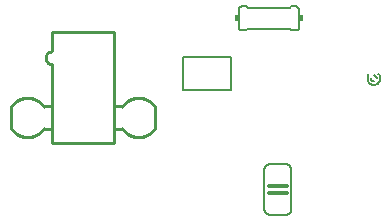
<source format=gto>
G75*
%MOIN*%
%OFA0B0*%
%FSLAX25Y25*%
%IPPOS*%
%LPD*%
%AMOC8*
5,1,8,0,0,1.08239X$1,22.5*
%
%ADD10C,0.00600*%
%ADD11C,0.01200*%
%ADD12R,0.01500X0.02000*%
%ADD13C,0.00500*%
%ADD14C,0.01000*%
D10*
X0092500Y0040500D02*
X0092500Y0053500D01*
X0092502Y0053587D01*
X0092508Y0053674D01*
X0092517Y0053761D01*
X0092530Y0053847D01*
X0092547Y0053933D01*
X0092568Y0054018D01*
X0092593Y0054101D01*
X0092621Y0054184D01*
X0092652Y0054265D01*
X0092687Y0054345D01*
X0092726Y0054423D01*
X0092768Y0054500D01*
X0092813Y0054575D01*
X0092862Y0054647D01*
X0092913Y0054718D01*
X0092968Y0054786D01*
X0093025Y0054851D01*
X0093086Y0054914D01*
X0093149Y0054975D01*
X0093214Y0055032D01*
X0093282Y0055087D01*
X0093353Y0055138D01*
X0093425Y0055187D01*
X0093500Y0055232D01*
X0093577Y0055274D01*
X0093655Y0055313D01*
X0093735Y0055348D01*
X0093816Y0055379D01*
X0093899Y0055407D01*
X0093982Y0055432D01*
X0094067Y0055453D01*
X0094153Y0055470D01*
X0094239Y0055483D01*
X0094326Y0055492D01*
X0094413Y0055498D01*
X0094500Y0055500D01*
X0099500Y0055500D01*
X0099587Y0055498D01*
X0099674Y0055492D01*
X0099761Y0055483D01*
X0099847Y0055470D01*
X0099933Y0055453D01*
X0100018Y0055432D01*
X0100101Y0055407D01*
X0100184Y0055379D01*
X0100265Y0055348D01*
X0100345Y0055313D01*
X0100423Y0055274D01*
X0100500Y0055232D01*
X0100575Y0055187D01*
X0100647Y0055138D01*
X0100718Y0055087D01*
X0100786Y0055032D01*
X0100851Y0054975D01*
X0100914Y0054914D01*
X0100975Y0054851D01*
X0101032Y0054786D01*
X0101087Y0054718D01*
X0101138Y0054647D01*
X0101187Y0054575D01*
X0101232Y0054500D01*
X0101274Y0054423D01*
X0101313Y0054345D01*
X0101348Y0054265D01*
X0101379Y0054184D01*
X0101407Y0054101D01*
X0101432Y0054018D01*
X0101453Y0053933D01*
X0101470Y0053847D01*
X0101483Y0053761D01*
X0101492Y0053674D01*
X0101498Y0053587D01*
X0101500Y0053500D01*
X0101500Y0040500D01*
X0101498Y0040413D01*
X0101492Y0040326D01*
X0101483Y0040239D01*
X0101470Y0040153D01*
X0101453Y0040067D01*
X0101432Y0039982D01*
X0101407Y0039899D01*
X0101379Y0039816D01*
X0101348Y0039735D01*
X0101313Y0039655D01*
X0101274Y0039577D01*
X0101232Y0039500D01*
X0101187Y0039425D01*
X0101138Y0039353D01*
X0101087Y0039282D01*
X0101032Y0039214D01*
X0100975Y0039149D01*
X0100914Y0039086D01*
X0100851Y0039025D01*
X0100786Y0038968D01*
X0100718Y0038913D01*
X0100647Y0038862D01*
X0100575Y0038813D01*
X0100500Y0038768D01*
X0100423Y0038726D01*
X0100345Y0038687D01*
X0100265Y0038652D01*
X0100184Y0038621D01*
X0100101Y0038593D01*
X0100018Y0038568D01*
X0099933Y0038547D01*
X0099847Y0038530D01*
X0099761Y0038517D01*
X0099674Y0038508D01*
X0099587Y0038502D01*
X0099500Y0038500D01*
X0094500Y0038500D01*
X0094413Y0038502D01*
X0094326Y0038508D01*
X0094239Y0038517D01*
X0094153Y0038530D01*
X0094067Y0038547D01*
X0093982Y0038568D01*
X0093899Y0038593D01*
X0093816Y0038621D01*
X0093735Y0038652D01*
X0093655Y0038687D01*
X0093577Y0038726D01*
X0093500Y0038768D01*
X0093425Y0038813D01*
X0093353Y0038862D01*
X0093282Y0038913D01*
X0093214Y0038968D01*
X0093149Y0039025D01*
X0093086Y0039086D01*
X0093025Y0039149D01*
X0092968Y0039214D01*
X0092913Y0039282D01*
X0092862Y0039353D01*
X0092813Y0039425D01*
X0092768Y0039500D01*
X0092726Y0039577D01*
X0092687Y0039655D01*
X0092652Y0039735D01*
X0092621Y0039816D01*
X0092593Y0039899D01*
X0092568Y0039982D01*
X0092547Y0040067D01*
X0092530Y0040153D01*
X0092517Y0040239D01*
X0092508Y0040326D01*
X0092502Y0040413D01*
X0092500Y0040500D01*
X0127500Y0082500D02*
X0127000Y0083000D01*
X0127000Y0085000D01*
X0127500Y0085500D01*
X0127500Y0082500D02*
X0127565Y0082438D01*
X0127633Y0082378D01*
X0127703Y0082322D01*
X0127775Y0082268D01*
X0127850Y0082218D01*
X0127927Y0082171D01*
X0128005Y0082127D01*
X0128086Y0082086D01*
X0128168Y0082049D01*
X0128251Y0082016D01*
X0128336Y0081986D01*
X0128422Y0081959D01*
X0128509Y0081937D01*
X0128597Y0081918D01*
X0128686Y0081902D01*
X0128775Y0081891D01*
X0128865Y0081883D01*
X0128955Y0081879D01*
X0129045Y0081879D01*
X0129135Y0081883D01*
X0129225Y0081891D01*
X0129314Y0081902D01*
X0129403Y0081918D01*
X0129491Y0081937D01*
X0129578Y0081959D01*
X0129664Y0081986D01*
X0129749Y0082016D01*
X0129832Y0082049D01*
X0129914Y0082086D01*
X0129995Y0082127D01*
X0130073Y0082171D01*
X0130150Y0082218D01*
X0130225Y0082268D01*
X0130297Y0082322D01*
X0130367Y0082378D01*
X0130435Y0082438D01*
X0130500Y0082500D01*
X0131000Y0083000D01*
X0131000Y0085000D01*
X0130500Y0085500D01*
X0130000Y0084000D02*
X0129998Y0084060D01*
X0129993Y0084121D01*
X0129984Y0084180D01*
X0129971Y0084239D01*
X0129955Y0084298D01*
X0129935Y0084355D01*
X0129912Y0084410D01*
X0129885Y0084465D01*
X0129856Y0084517D01*
X0129823Y0084568D01*
X0129787Y0084617D01*
X0129749Y0084663D01*
X0129707Y0084707D01*
X0129663Y0084749D01*
X0129617Y0084787D01*
X0129568Y0084823D01*
X0129517Y0084856D01*
X0129465Y0084885D01*
X0129410Y0084912D01*
X0129355Y0084935D01*
X0129298Y0084955D01*
X0129239Y0084971D01*
X0129180Y0084984D01*
X0129121Y0084993D01*
X0129060Y0084998D01*
X0129000Y0085000D01*
X0128000Y0084000D02*
X0128002Y0083940D01*
X0128007Y0083879D01*
X0128016Y0083820D01*
X0128029Y0083761D01*
X0128045Y0083702D01*
X0128065Y0083645D01*
X0128088Y0083590D01*
X0128115Y0083535D01*
X0128144Y0083483D01*
X0128177Y0083432D01*
X0128213Y0083383D01*
X0128251Y0083337D01*
X0128293Y0083293D01*
X0128337Y0083251D01*
X0128383Y0083213D01*
X0128432Y0083177D01*
X0128483Y0083144D01*
X0128535Y0083115D01*
X0128590Y0083088D01*
X0128645Y0083065D01*
X0128702Y0083045D01*
X0128761Y0083029D01*
X0128820Y0083016D01*
X0128879Y0083007D01*
X0128940Y0083002D01*
X0129000Y0083000D01*
X0104000Y0101000D02*
X0104000Y0107000D01*
X0103998Y0107060D01*
X0103993Y0107121D01*
X0103984Y0107180D01*
X0103971Y0107239D01*
X0103955Y0107298D01*
X0103935Y0107355D01*
X0103912Y0107410D01*
X0103885Y0107465D01*
X0103856Y0107517D01*
X0103823Y0107568D01*
X0103787Y0107617D01*
X0103749Y0107663D01*
X0103707Y0107707D01*
X0103663Y0107749D01*
X0103617Y0107787D01*
X0103568Y0107823D01*
X0103517Y0107856D01*
X0103465Y0107885D01*
X0103410Y0107912D01*
X0103355Y0107935D01*
X0103298Y0107955D01*
X0103239Y0107971D01*
X0103180Y0107984D01*
X0103121Y0107993D01*
X0103060Y0107998D01*
X0103000Y0108000D01*
X0101500Y0108000D01*
X0101000Y0107500D01*
X0087000Y0107500D01*
X0086500Y0108000D01*
X0085000Y0108000D01*
X0084940Y0107998D01*
X0084879Y0107993D01*
X0084820Y0107984D01*
X0084761Y0107971D01*
X0084702Y0107955D01*
X0084645Y0107935D01*
X0084590Y0107912D01*
X0084535Y0107885D01*
X0084483Y0107856D01*
X0084432Y0107823D01*
X0084383Y0107787D01*
X0084337Y0107749D01*
X0084293Y0107707D01*
X0084251Y0107663D01*
X0084213Y0107617D01*
X0084177Y0107568D01*
X0084144Y0107517D01*
X0084115Y0107465D01*
X0084088Y0107410D01*
X0084065Y0107355D01*
X0084045Y0107298D01*
X0084029Y0107239D01*
X0084016Y0107180D01*
X0084007Y0107121D01*
X0084002Y0107060D01*
X0084000Y0107000D01*
X0084000Y0101000D01*
X0084002Y0100940D01*
X0084007Y0100879D01*
X0084016Y0100820D01*
X0084029Y0100761D01*
X0084045Y0100702D01*
X0084065Y0100645D01*
X0084088Y0100590D01*
X0084115Y0100535D01*
X0084144Y0100483D01*
X0084177Y0100432D01*
X0084213Y0100383D01*
X0084251Y0100337D01*
X0084293Y0100293D01*
X0084337Y0100251D01*
X0084383Y0100213D01*
X0084432Y0100177D01*
X0084483Y0100144D01*
X0084535Y0100115D01*
X0084590Y0100088D01*
X0084645Y0100065D01*
X0084702Y0100045D01*
X0084761Y0100029D01*
X0084820Y0100016D01*
X0084879Y0100007D01*
X0084940Y0100002D01*
X0085000Y0100000D01*
X0086500Y0100000D01*
X0087000Y0100500D01*
X0101000Y0100500D01*
X0101500Y0100000D01*
X0103000Y0100000D01*
X0103060Y0100002D01*
X0103121Y0100007D01*
X0103180Y0100016D01*
X0103239Y0100029D01*
X0103298Y0100045D01*
X0103355Y0100065D01*
X0103410Y0100088D01*
X0103465Y0100115D01*
X0103517Y0100144D01*
X0103568Y0100177D01*
X0103617Y0100213D01*
X0103663Y0100251D01*
X0103707Y0100293D01*
X0103749Y0100337D01*
X0103787Y0100383D01*
X0103823Y0100432D01*
X0103856Y0100483D01*
X0103885Y0100535D01*
X0103912Y0100590D01*
X0103935Y0100645D01*
X0103955Y0100702D01*
X0103971Y0100761D01*
X0103984Y0100820D01*
X0103993Y0100879D01*
X0103998Y0100940D01*
X0104000Y0101000D01*
D11*
X0100000Y0048200D02*
X0094000Y0048200D01*
X0094000Y0045700D02*
X0100000Y0045700D01*
D12*
X0104750Y0104000D03*
X0083250Y0104000D03*
D13*
X0081386Y0091252D02*
X0081386Y0080228D01*
X0065244Y0080228D01*
X0065244Y0091055D01*
X0065244Y0091252D02*
X0081386Y0091252D01*
D14*
X0021764Y0088661D02*
X0021764Y0062283D01*
X0042236Y0062283D01*
X0042236Y0099291D01*
X0021764Y0099291D01*
X0021764Y0092992D01*
X0021672Y0092990D01*
X0021580Y0092984D01*
X0021489Y0092974D01*
X0021398Y0092961D01*
X0021308Y0092943D01*
X0021218Y0092922D01*
X0021130Y0092897D01*
X0021043Y0092868D01*
X0020957Y0092836D01*
X0020872Y0092800D01*
X0020789Y0092760D01*
X0020708Y0092717D01*
X0020629Y0092671D01*
X0020552Y0092621D01*
X0020477Y0092568D01*
X0020404Y0092511D01*
X0020334Y0092452D01*
X0020266Y0092390D01*
X0020201Y0092325D01*
X0020139Y0092257D01*
X0020080Y0092187D01*
X0020023Y0092114D01*
X0019970Y0092039D01*
X0019920Y0091962D01*
X0019874Y0091883D01*
X0019831Y0091802D01*
X0019791Y0091719D01*
X0019755Y0091634D01*
X0019723Y0091548D01*
X0019694Y0091461D01*
X0019669Y0091373D01*
X0019648Y0091283D01*
X0019630Y0091193D01*
X0019617Y0091102D01*
X0019607Y0091011D01*
X0019601Y0090919D01*
X0019599Y0090827D01*
X0019601Y0090735D01*
X0019607Y0090643D01*
X0019617Y0090552D01*
X0019630Y0090461D01*
X0019648Y0090371D01*
X0019669Y0090281D01*
X0019694Y0090193D01*
X0019723Y0090106D01*
X0019755Y0090020D01*
X0019791Y0089935D01*
X0019831Y0089852D01*
X0019874Y0089771D01*
X0019920Y0089692D01*
X0019970Y0089615D01*
X0020023Y0089540D01*
X0020080Y0089467D01*
X0020139Y0089397D01*
X0020201Y0089329D01*
X0020266Y0089264D01*
X0020334Y0089202D01*
X0020404Y0089143D01*
X0020477Y0089086D01*
X0020552Y0089033D01*
X0020629Y0088983D01*
X0020708Y0088937D01*
X0020789Y0088894D01*
X0020872Y0088854D01*
X0020957Y0088818D01*
X0021043Y0088786D01*
X0021130Y0088757D01*
X0021218Y0088732D01*
X0021308Y0088711D01*
X0021398Y0088693D01*
X0021489Y0088680D01*
X0021580Y0088670D01*
X0021672Y0088664D01*
X0021764Y0088662D01*
X0021370Y0074882D02*
X0018614Y0074882D01*
X0019007Y0067402D02*
X0018919Y0067269D01*
X0018828Y0067138D01*
X0018734Y0067009D01*
X0018636Y0066882D01*
X0018536Y0066758D01*
X0018432Y0066637D01*
X0018326Y0066518D01*
X0018216Y0066401D01*
X0018104Y0066287D01*
X0017989Y0066176D01*
X0017872Y0066068D01*
X0017752Y0065963D01*
X0017629Y0065861D01*
X0017504Y0065762D01*
X0017376Y0065666D01*
X0017246Y0065573D01*
X0017114Y0065483D01*
X0016980Y0065396D01*
X0016844Y0065313D01*
X0016705Y0065233D01*
X0016565Y0065156D01*
X0016423Y0065083D01*
X0016280Y0065014D01*
X0016134Y0064948D01*
X0015987Y0064885D01*
X0015839Y0064826D01*
X0015689Y0064771D01*
X0015538Y0064719D01*
X0015385Y0064671D01*
X0015232Y0064627D01*
X0015077Y0064587D01*
X0014922Y0064550D01*
X0014766Y0064517D01*
X0014609Y0064488D01*
X0014451Y0064463D01*
X0014293Y0064442D01*
X0014134Y0064424D01*
X0013975Y0064411D01*
X0013815Y0064401D01*
X0013656Y0064395D01*
X0013496Y0064393D01*
X0013336Y0064395D01*
X0013177Y0064401D01*
X0013017Y0064411D01*
X0012858Y0064424D01*
X0012699Y0064442D01*
X0012541Y0064463D01*
X0012383Y0064488D01*
X0012226Y0064517D01*
X0012070Y0064550D01*
X0011915Y0064587D01*
X0011760Y0064627D01*
X0011607Y0064671D01*
X0011454Y0064719D01*
X0011303Y0064771D01*
X0011153Y0064826D01*
X0011005Y0064885D01*
X0010858Y0064948D01*
X0010712Y0065014D01*
X0010569Y0065083D01*
X0010427Y0065156D01*
X0010287Y0065233D01*
X0010148Y0065313D01*
X0010012Y0065396D01*
X0009878Y0065483D01*
X0009746Y0065573D01*
X0009616Y0065666D01*
X0009488Y0065762D01*
X0009363Y0065861D01*
X0009240Y0065963D01*
X0009120Y0066068D01*
X0009003Y0066176D01*
X0008888Y0066287D01*
X0008776Y0066401D01*
X0008666Y0066518D01*
X0008560Y0066637D01*
X0008456Y0066758D01*
X0008356Y0066882D01*
X0008258Y0067009D01*
X0008164Y0067138D01*
X0008073Y0067269D01*
X0007985Y0067402D01*
X0007984Y0067402D02*
X0007984Y0074488D01*
X0007985Y0074488D02*
X0008073Y0074621D01*
X0008164Y0074752D01*
X0008258Y0074881D01*
X0008356Y0075008D01*
X0008456Y0075132D01*
X0008560Y0075253D01*
X0008666Y0075372D01*
X0008776Y0075489D01*
X0008888Y0075603D01*
X0009003Y0075714D01*
X0009120Y0075822D01*
X0009240Y0075927D01*
X0009363Y0076029D01*
X0009488Y0076128D01*
X0009616Y0076224D01*
X0009746Y0076317D01*
X0009878Y0076407D01*
X0010012Y0076494D01*
X0010148Y0076577D01*
X0010287Y0076657D01*
X0010427Y0076734D01*
X0010569Y0076807D01*
X0010712Y0076876D01*
X0010858Y0076942D01*
X0011005Y0077005D01*
X0011153Y0077064D01*
X0011303Y0077119D01*
X0011454Y0077171D01*
X0011607Y0077219D01*
X0011760Y0077263D01*
X0011915Y0077303D01*
X0012070Y0077340D01*
X0012226Y0077373D01*
X0012383Y0077402D01*
X0012541Y0077427D01*
X0012699Y0077448D01*
X0012858Y0077466D01*
X0013017Y0077479D01*
X0013177Y0077489D01*
X0013336Y0077495D01*
X0013496Y0077497D01*
X0013656Y0077495D01*
X0013815Y0077489D01*
X0013975Y0077479D01*
X0014134Y0077466D01*
X0014293Y0077448D01*
X0014451Y0077427D01*
X0014609Y0077402D01*
X0014766Y0077373D01*
X0014922Y0077340D01*
X0015077Y0077303D01*
X0015232Y0077263D01*
X0015385Y0077219D01*
X0015538Y0077171D01*
X0015689Y0077119D01*
X0015839Y0077064D01*
X0015987Y0077005D01*
X0016134Y0076942D01*
X0016280Y0076876D01*
X0016423Y0076807D01*
X0016565Y0076734D01*
X0016705Y0076657D01*
X0016844Y0076577D01*
X0016980Y0076494D01*
X0017114Y0076407D01*
X0017246Y0076317D01*
X0017376Y0076224D01*
X0017504Y0076128D01*
X0017629Y0076029D01*
X0017752Y0075927D01*
X0017872Y0075822D01*
X0017989Y0075714D01*
X0018104Y0075603D01*
X0018216Y0075489D01*
X0018326Y0075372D01*
X0018432Y0075253D01*
X0018536Y0075132D01*
X0018636Y0075008D01*
X0018734Y0074881D01*
X0018828Y0074752D01*
X0018919Y0074621D01*
X0019007Y0074488D01*
X0018614Y0067008D02*
X0021370Y0067008D01*
X0042630Y0067008D02*
X0045386Y0067008D01*
X0044993Y0074488D02*
X0045081Y0074621D01*
X0045172Y0074752D01*
X0045266Y0074881D01*
X0045364Y0075008D01*
X0045464Y0075132D01*
X0045568Y0075253D01*
X0045674Y0075372D01*
X0045784Y0075489D01*
X0045896Y0075603D01*
X0046011Y0075714D01*
X0046128Y0075822D01*
X0046248Y0075927D01*
X0046371Y0076029D01*
X0046496Y0076128D01*
X0046624Y0076224D01*
X0046754Y0076317D01*
X0046886Y0076407D01*
X0047020Y0076494D01*
X0047156Y0076577D01*
X0047295Y0076657D01*
X0047435Y0076734D01*
X0047577Y0076807D01*
X0047720Y0076876D01*
X0047866Y0076942D01*
X0048013Y0077005D01*
X0048161Y0077064D01*
X0048311Y0077119D01*
X0048462Y0077171D01*
X0048615Y0077219D01*
X0048768Y0077263D01*
X0048923Y0077303D01*
X0049078Y0077340D01*
X0049234Y0077373D01*
X0049391Y0077402D01*
X0049549Y0077427D01*
X0049707Y0077448D01*
X0049866Y0077466D01*
X0050025Y0077479D01*
X0050185Y0077489D01*
X0050344Y0077495D01*
X0050504Y0077497D01*
X0050664Y0077495D01*
X0050823Y0077489D01*
X0050983Y0077479D01*
X0051142Y0077466D01*
X0051301Y0077448D01*
X0051459Y0077427D01*
X0051617Y0077402D01*
X0051774Y0077373D01*
X0051930Y0077340D01*
X0052085Y0077303D01*
X0052240Y0077263D01*
X0052393Y0077219D01*
X0052546Y0077171D01*
X0052697Y0077119D01*
X0052847Y0077064D01*
X0052995Y0077005D01*
X0053142Y0076942D01*
X0053288Y0076876D01*
X0053431Y0076807D01*
X0053573Y0076734D01*
X0053713Y0076657D01*
X0053852Y0076577D01*
X0053988Y0076494D01*
X0054122Y0076407D01*
X0054254Y0076317D01*
X0054384Y0076224D01*
X0054512Y0076128D01*
X0054637Y0076029D01*
X0054760Y0075927D01*
X0054880Y0075822D01*
X0054997Y0075714D01*
X0055112Y0075603D01*
X0055224Y0075489D01*
X0055334Y0075372D01*
X0055440Y0075253D01*
X0055544Y0075132D01*
X0055644Y0075008D01*
X0055742Y0074881D01*
X0055836Y0074752D01*
X0055927Y0074621D01*
X0056015Y0074488D01*
X0056016Y0074488D02*
X0056016Y0067402D01*
X0056015Y0067402D02*
X0055927Y0067269D01*
X0055836Y0067138D01*
X0055742Y0067009D01*
X0055644Y0066882D01*
X0055544Y0066758D01*
X0055440Y0066637D01*
X0055334Y0066518D01*
X0055224Y0066401D01*
X0055112Y0066287D01*
X0054997Y0066176D01*
X0054880Y0066068D01*
X0054760Y0065963D01*
X0054637Y0065861D01*
X0054512Y0065762D01*
X0054384Y0065666D01*
X0054254Y0065573D01*
X0054122Y0065483D01*
X0053988Y0065396D01*
X0053852Y0065313D01*
X0053713Y0065233D01*
X0053573Y0065156D01*
X0053431Y0065083D01*
X0053288Y0065014D01*
X0053142Y0064948D01*
X0052995Y0064885D01*
X0052847Y0064826D01*
X0052697Y0064771D01*
X0052546Y0064719D01*
X0052393Y0064671D01*
X0052240Y0064627D01*
X0052085Y0064587D01*
X0051930Y0064550D01*
X0051774Y0064517D01*
X0051617Y0064488D01*
X0051459Y0064463D01*
X0051301Y0064442D01*
X0051142Y0064424D01*
X0050983Y0064411D01*
X0050823Y0064401D01*
X0050664Y0064395D01*
X0050504Y0064393D01*
X0050344Y0064395D01*
X0050185Y0064401D01*
X0050025Y0064411D01*
X0049866Y0064424D01*
X0049707Y0064442D01*
X0049549Y0064463D01*
X0049391Y0064488D01*
X0049234Y0064517D01*
X0049078Y0064550D01*
X0048923Y0064587D01*
X0048768Y0064627D01*
X0048615Y0064671D01*
X0048462Y0064719D01*
X0048311Y0064771D01*
X0048161Y0064826D01*
X0048013Y0064885D01*
X0047866Y0064948D01*
X0047720Y0065014D01*
X0047577Y0065083D01*
X0047435Y0065156D01*
X0047295Y0065233D01*
X0047156Y0065313D01*
X0047020Y0065396D01*
X0046886Y0065483D01*
X0046754Y0065573D01*
X0046624Y0065666D01*
X0046496Y0065762D01*
X0046371Y0065861D01*
X0046248Y0065963D01*
X0046128Y0066068D01*
X0046011Y0066176D01*
X0045896Y0066287D01*
X0045784Y0066401D01*
X0045674Y0066518D01*
X0045568Y0066637D01*
X0045464Y0066758D01*
X0045364Y0066882D01*
X0045266Y0067009D01*
X0045172Y0067138D01*
X0045081Y0067269D01*
X0044993Y0067402D01*
X0045386Y0074882D02*
X0042630Y0074882D01*
M02*

</source>
